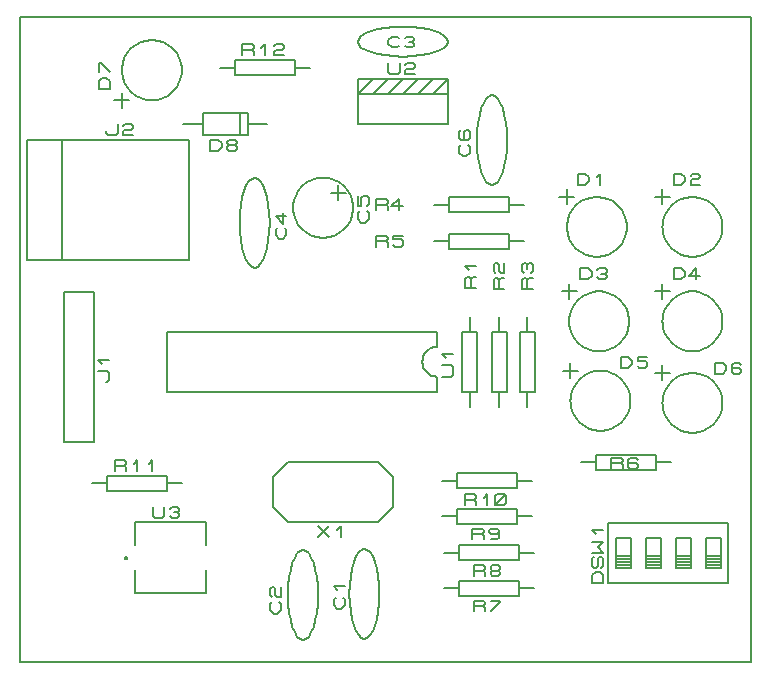
<source format=gbr>
G04 PROTEUS RS274X GERBER FILE*
%FSLAX45Y45*%
%MOMM*%
G01*
%ADD19C,0.203200*%
%ADD70C,0.127000*%
%ADD71C,0.200000*%
D19*
X-2263000Y+633000D02*
X-2263000Y+506000D01*
X-2390000Y+379000D02*
X-2387564Y+353124D01*
X-2380515Y+329152D01*
X-2369238Y+307562D01*
X-2354122Y+288830D01*
X-2335554Y+273431D01*
X-2313919Y+261842D01*
X-2289606Y+254540D01*
X-2263000Y+252000D01*
X-2390000Y+379000D02*
X-2387564Y+405606D01*
X-2380515Y+429919D01*
X-2369238Y+451554D01*
X-2354122Y+470122D01*
X-2335554Y+485238D01*
X-2313919Y+496515D01*
X-2289606Y+503564D01*
X-2263000Y+506000D01*
X-2263000Y+252000D02*
X-2263000Y+125000D01*
X-4549000Y+633000D02*
X-4549000Y+125000D01*
X-2263000Y+633000D02*
X-4549000Y+633000D01*
X-4549000Y+125000D02*
X-2263000Y+125000D01*
X-2222360Y+252000D02*
X-2146160Y+252000D01*
X-2130920Y+267875D01*
X-2130920Y+331375D01*
X-2146160Y+347250D01*
X-2222360Y+347250D01*
X-2191880Y+410750D02*
X-2222360Y+442500D01*
X-2130920Y+442500D01*
X-1990000Y-3000D02*
X-1990000Y+124000D01*
X-2053500Y+124000D02*
X-1926500Y+124000D01*
X-1926500Y+632000D01*
X-2053500Y+632000D01*
X-2053500Y+124000D01*
X-1990000Y+632000D02*
X-1990000Y+759000D01*
X-1934140Y+1001000D02*
X-2025580Y+1001000D01*
X-2025580Y+1080375D01*
X-2010340Y+1096250D01*
X-1995100Y+1096250D01*
X-1979860Y+1080375D01*
X-1979860Y+1001000D01*
X-1979860Y+1080375D02*
X-1964620Y+1096250D01*
X-1934140Y+1096250D01*
X-1995100Y+1159750D02*
X-2025580Y+1191500D01*
X-1934140Y+1191500D01*
X-1740000Y-3000D02*
X-1740000Y+124000D01*
X-1803500Y+124000D02*
X-1676500Y+124000D01*
X-1676500Y+632000D01*
X-1803500Y+632000D01*
X-1803500Y+124000D01*
X-1740000Y+632000D02*
X-1740000Y+759000D01*
X-1694140Y+991000D02*
X-1785580Y+991000D01*
X-1785580Y+1070375D01*
X-1770340Y+1086250D01*
X-1755100Y+1086250D01*
X-1739860Y+1070375D01*
X-1739860Y+991000D01*
X-1739860Y+1070375D02*
X-1724620Y+1086250D01*
X-1694140Y+1086250D01*
X-1770340Y+1133875D02*
X-1785580Y+1149750D01*
X-1785580Y+1197375D01*
X-1770340Y+1213250D01*
X-1755100Y+1213250D01*
X-1739860Y+1197375D01*
X-1739860Y+1149750D01*
X-1724620Y+1133875D01*
X-1694140Y+1133875D01*
X-1694140Y+1213250D01*
X-1500000Y-3000D02*
X-1500000Y+124000D01*
X-1563500Y+124000D02*
X-1436500Y+124000D01*
X-1436500Y+632000D01*
X-1563500Y+632000D01*
X-1563500Y+124000D01*
X-1500000Y+632000D02*
X-1500000Y+759000D01*
X-1454140Y+991000D02*
X-1545580Y+991000D01*
X-1545580Y+1070375D01*
X-1530340Y+1086250D01*
X-1515100Y+1086250D01*
X-1499860Y+1070375D01*
X-1499860Y+991000D01*
X-1499860Y+1070375D02*
X-1484620Y+1086250D01*
X-1454140Y+1086250D01*
X-1530340Y+1133875D02*
X-1545580Y+1149750D01*
X-1545580Y+1197375D01*
X-1530340Y+1213250D01*
X-1515100Y+1213250D01*
X-1499860Y+1197375D01*
X-1484620Y+1213250D01*
X-1469380Y+1213250D01*
X-1454140Y+1197375D01*
X-1454140Y+1149750D01*
X-1469380Y+1133875D01*
X-1499860Y+1165625D02*
X-1499860Y+1197375D01*
X-1447000Y-1540000D02*
X-1574000Y-1540000D01*
X-2082000Y-1603500D02*
X-1574000Y-1603500D01*
X-1574000Y-1476500D01*
X-2082000Y-1476500D01*
X-2082000Y-1603500D01*
X-2082000Y-1540000D02*
X-2209000Y-1540000D01*
X-1955000Y-1735580D02*
X-1955000Y-1644140D01*
X-1875625Y-1644140D01*
X-1859750Y-1659380D01*
X-1859750Y-1674620D01*
X-1875625Y-1689860D01*
X-1955000Y-1689860D01*
X-1875625Y-1689860D02*
X-1859750Y-1705100D01*
X-1859750Y-1735580D01*
X-1812125Y-1644140D02*
X-1732750Y-1644140D01*
X-1732750Y-1659380D01*
X-1812125Y-1735580D01*
X-1447000Y-1240000D02*
X-1574000Y-1240000D01*
X-2082000Y-1303500D02*
X-1574000Y-1303500D01*
X-1574000Y-1176500D01*
X-2082000Y-1176500D01*
X-2082000Y-1303500D01*
X-2082000Y-1240000D02*
X-2209000Y-1240000D01*
X-1955000Y-1435580D02*
X-1955000Y-1344140D01*
X-1875625Y-1344140D01*
X-1859750Y-1359380D01*
X-1859750Y-1374620D01*
X-1875625Y-1389860D01*
X-1955000Y-1389860D01*
X-1875625Y-1389860D02*
X-1859750Y-1405100D01*
X-1859750Y-1435580D01*
X-1796250Y-1389860D02*
X-1812125Y-1374620D01*
X-1812125Y-1359380D01*
X-1796250Y-1344140D01*
X-1748625Y-1344140D01*
X-1732750Y-1359380D01*
X-1732750Y-1374620D01*
X-1748625Y-1389860D01*
X-1796250Y-1389860D01*
X-1812125Y-1405100D01*
X-1812125Y-1420340D01*
X-1796250Y-1435580D01*
X-1748625Y-1435580D01*
X-1732750Y-1420340D01*
X-1732750Y-1405100D01*
X-1748625Y-1389860D01*
X-1457000Y-930000D02*
X-1584000Y-930000D01*
X-2092000Y-993500D02*
X-1584000Y-993500D01*
X-1584000Y-866500D01*
X-2092000Y-866500D01*
X-2092000Y-993500D01*
X-2092000Y-930000D02*
X-2219000Y-930000D01*
X-1965000Y-1125580D02*
X-1965000Y-1034140D01*
X-1885625Y-1034140D01*
X-1869750Y-1049380D01*
X-1869750Y-1064620D01*
X-1885625Y-1079860D01*
X-1965000Y-1079860D01*
X-1885625Y-1079860D02*
X-1869750Y-1095100D01*
X-1869750Y-1125580D01*
X-1742750Y-1064620D02*
X-1758625Y-1079860D01*
X-1806250Y-1079860D01*
X-1822125Y-1064620D01*
X-1822125Y-1049380D01*
X-1806250Y-1034140D01*
X-1758625Y-1034140D01*
X-1742750Y-1049380D01*
X-1742750Y-1110340D01*
X-1758625Y-1125580D01*
X-1806250Y-1125580D01*
X-1457000Y-630000D02*
X-1584000Y-630000D01*
X-2092000Y-693500D02*
X-1584000Y-693500D01*
X-1584000Y-566500D01*
X-2092000Y-566500D01*
X-2092000Y-693500D01*
X-2092000Y-630000D02*
X-2219000Y-630000D01*
X-2028500Y-835580D02*
X-2028500Y-744140D01*
X-1949125Y-744140D01*
X-1933250Y-759380D01*
X-1933250Y-774620D01*
X-1949125Y-789860D01*
X-2028500Y-789860D01*
X-1949125Y-789860D02*
X-1933250Y-805100D01*
X-1933250Y-835580D01*
X-1869750Y-774620D02*
X-1838000Y-744140D01*
X-1838000Y-835580D01*
X-1774500Y-820340D02*
X-1774500Y-759380D01*
X-1758625Y-744140D01*
X-1695125Y-744140D01*
X-1679250Y-759380D01*
X-1679250Y-820340D01*
X-1695125Y-835580D01*
X-1758625Y-835580D01*
X-1774500Y-820340D01*
X-1774500Y-835580D02*
X-1679250Y-744140D01*
X-2763000Y-974000D02*
X-3525000Y-974000D01*
X-3652000Y-847000D01*
X-3652000Y-593000D01*
X-3525000Y-466000D01*
X-2763000Y-466000D01*
X-2636000Y-593000D01*
X-2636000Y-847000D01*
X-2763000Y-974000D01*
X-3271000Y-1014640D02*
X-3175750Y-1106080D01*
X-3271000Y-1106080D02*
X-3175750Y-1014640D01*
X-3112250Y-1045120D02*
X-3080500Y-1014640D01*
X-3080500Y-1106080D01*
X-2880000Y-1967000D02*
X-2905876Y-1959484D01*
X-2929848Y-1937830D01*
X-2951438Y-1903376D01*
X-2970170Y-1857462D01*
X-2985569Y-1801429D01*
X-2997158Y-1736614D01*
X-3004460Y-1664358D01*
X-3007000Y-1586000D01*
X-2880000Y-1205000D02*
X-2905876Y-1212620D01*
X-2929848Y-1234528D01*
X-2951438Y-1269294D01*
X-2970170Y-1315490D01*
X-2985569Y-1371688D01*
X-2997158Y-1436458D01*
X-3004460Y-1508371D01*
X-3007000Y-1586000D01*
X-2880000Y-1205000D02*
X-2854124Y-1212620D01*
X-2830152Y-1234528D01*
X-2808562Y-1269294D01*
X-2789830Y-1315490D01*
X-2774431Y-1371688D01*
X-2762842Y-1436458D01*
X-2755540Y-1508371D01*
X-2753000Y-1586000D01*
X-2880000Y-1967000D02*
X-2854124Y-1959484D01*
X-2830152Y-1937830D01*
X-2808562Y-1903376D01*
X-2789830Y-1857462D01*
X-2774431Y-1801429D01*
X-2762842Y-1736614D01*
X-2755540Y-1664358D01*
X-2753000Y-1586000D01*
X-3062880Y-1617750D02*
X-3047640Y-1633625D01*
X-3047640Y-1681250D01*
X-3078120Y-1713000D01*
X-3108600Y-1713000D01*
X-3139080Y-1681250D01*
X-3139080Y-1633625D01*
X-3123840Y-1617750D01*
X-3108600Y-1554250D02*
X-3139080Y-1522500D01*
X-3047640Y-1522500D01*
X-3400000Y-1977000D02*
X-3425876Y-1969484D01*
X-3449848Y-1947830D01*
X-3471438Y-1913376D01*
X-3490170Y-1867462D01*
X-3505569Y-1811429D01*
X-3517158Y-1746614D01*
X-3524460Y-1674358D01*
X-3527000Y-1596000D01*
X-3400000Y-1215000D02*
X-3425876Y-1222620D01*
X-3449848Y-1244528D01*
X-3471438Y-1279294D01*
X-3490170Y-1325490D01*
X-3505569Y-1381688D01*
X-3517158Y-1446458D01*
X-3524460Y-1518371D01*
X-3527000Y-1596000D01*
X-3400000Y-1215000D02*
X-3374124Y-1222620D01*
X-3350152Y-1244528D01*
X-3328562Y-1279294D01*
X-3309830Y-1325490D01*
X-3294431Y-1381688D01*
X-3282842Y-1446458D01*
X-3275540Y-1518371D01*
X-3273000Y-1596000D01*
X-3400000Y-1977000D02*
X-3374124Y-1969484D01*
X-3350152Y-1947830D01*
X-3328562Y-1913376D01*
X-3309830Y-1867462D01*
X-3294431Y-1811429D01*
X-3282842Y-1746614D01*
X-3275540Y-1674358D01*
X-3273000Y-1596000D01*
X-3602880Y-1657750D02*
X-3587640Y-1673625D01*
X-3587640Y-1721250D01*
X-3618120Y-1753000D01*
X-3648600Y-1753000D01*
X-3679080Y-1721250D01*
X-3679080Y-1673625D01*
X-3663840Y-1657750D01*
X-3663840Y-1610125D02*
X-3679080Y-1594250D01*
X-3679080Y-1546625D01*
X-3663840Y-1530750D01*
X-3648600Y-1530750D01*
X-3633360Y-1546625D01*
X-3633360Y-1594250D01*
X-3618120Y-1610125D01*
X-3587640Y-1610125D01*
X-3587640Y-1530750D01*
X-2173000Y+3089040D02*
X-2180516Y+3063164D01*
X-2202170Y+3039192D01*
X-2236624Y+3017602D01*
X-2282538Y+2998870D01*
X-2338572Y+2983471D01*
X-2403386Y+2971882D01*
X-2475642Y+2964580D01*
X-2554000Y+2962040D01*
X-2935000Y+3089040D02*
X-2927380Y+3063164D01*
X-2905472Y+3039192D01*
X-2870706Y+3017602D01*
X-2824510Y+2998870D01*
X-2768312Y+2983471D01*
X-2703542Y+2971882D01*
X-2631629Y+2964580D01*
X-2554000Y+2962040D01*
X-2935000Y+3089040D02*
X-2927380Y+3114916D01*
X-2905472Y+3138888D01*
X-2870706Y+3160478D01*
X-2824510Y+3179210D01*
X-2768312Y+3194609D01*
X-2703542Y+3206198D01*
X-2631629Y+3213500D01*
X-2554000Y+3216040D01*
X-2173000Y+3089040D02*
X-2180516Y+3114916D01*
X-2202170Y+3138888D01*
X-2236624Y+3160478D01*
X-2282538Y+3179210D01*
X-2338572Y+3194609D01*
X-2403386Y+3206198D01*
X-2475642Y+3213500D01*
X-2554000Y+3216040D01*
X-2585750Y+3055200D02*
X-2601625Y+3039960D01*
X-2649250Y+3039960D01*
X-2681000Y+3070440D01*
X-2681000Y+3100920D01*
X-2649250Y+3131400D01*
X-2601625Y+3131400D01*
X-2585750Y+3116160D01*
X-2538125Y+3116160D02*
X-2522250Y+3131400D01*
X-2474625Y+3131400D01*
X-2458750Y+3116160D01*
X-2458750Y+3100920D01*
X-2474625Y+3085680D01*
X-2458750Y+3070440D01*
X-2458750Y+3055200D01*
X-2474625Y+3039960D01*
X-2522250Y+3039960D01*
X-2538125Y+3055200D01*
X-2506375Y+3085680D02*
X-2474625Y+3085680D01*
X-753500Y-1366000D02*
X-626500Y-1366000D01*
X-626500Y-1112000D01*
X-753500Y-1112000D01*
X-753500Y-1366000D01*
X-753500Y-1264400D02*
X-626500Y-1264400D01*
X-753500Y-1289800D02*
X-626500Y-1289800D01*
X-753500Y-1315200D02*
X-626500Y-1315200D01*
X-753500Y-1340600D02*
X-626500Y-1340600D01*
X-499500Y-1366000D02*
X-372500Y-1366000D01*
X-372500Y-1112000D01*
X-499500Y-1112000D01*
X-499500Y-1366000D01*
X-499500Y-1264400D02*
X-372500Y-1264400D01*
X-499500Y-1289800D02*
X-372500Y-1289800D01*
X-499500Y-1315200D02*
X-372500Y-1315200D01*
X-499500Y-1340600D02*
X-372500Y-1340600D01*
X-245500Y-1366000D02*
X-118500Y-1366000D01*
X-118500Y-1112000D01*
X-245500Y-1112000D01*
X-245500Y-1366000D01*
X-245500Y-1264400D02*
X-118500Y-1264400D01*
X-245500Y-1289800D02*
X-118500Y-1289800D01*
X-245500Y-1315200D02*
X-118500Y-1315200D01*
X-245500Y-1340600D02*
X-118500Y-1340600D01*
X+8500Y-1366000D02*
X+135500Y-1366000D01*
X+135500Y-1112000D01*
X+8500Y-1112000D01*
X+8500Y-1366000D01*
X+8500Y-1264400D02*
X+135500Y-1264400D01*
X+8500Y-1289800D02*
X+135500Y-1289800D01*
X+8500Y-1315200D02*
X+135500Y-1315200D01*
X+8500Y-1340600D02*
X+135500Y-1340600D01*
X-817000Y-1493000D02*
X+199000Y-1493000D01*
X+199000Y-985000D01*
X-817000Y-985000D01*
X-817000Y-1493000D01*
X-857640Y-1493000D02*
X-949080Y-1493000D01*
X-949080Y-1429500D01*
X-918600Y-1397750D01*
X-888120Y-1397750D01*
X-857640Y-1429500D01*
X-857640Y-1493000D01*
X-872880Y-1366000D02*
X-857640Y-1350125D01*
X-857640Y-1286625D01*
X-872880Y-1270750D01*
X-888120Y-1270750D01*
X-903360Y-1286625D01*
X-903360Y-1350125D01*
X-918600Y-1366000D01*
X-933840Y-1366000D01*
X-949080Y-1350125D01*
X-949080Y-1286625D01*
X-933840Y-1270750D01*
X-949080Y-1239000D02*
X-857640Y-1239000D01*
X-903360Y-1191375D01*
X-857640Y-1143750D01*
X-949080Y-1143750D01*
X-918600Y-1080250D02*
X-949080Y-1048500D01*
X-857640Y-1048500D01*
X-659000Y+1520000D02*
X-659827Y+1540483D01*
X-666545Y+1581450D01*
X-680563Y+1622417D01*
X-703341Y+1663384D01*
X-738141Y+1704229D01*
X-779108Y+1735845D01*
X-820075Y+1756392D01*
X-861042Y+1768629D01*
X-902009Y+1773762D01*
X-913000Y+1774000D01*
X-1167000Y+1520000D02*
X-1166173Y+1540483D01*
X-1159455Y+1581450D01*
X-1145437Y+1622417D01*
X-1122659Y+1663384D01*
X-1087859Y+1704229D01*
X-1046892Y+1735845D01*
X-1005925Y+1756392D01*
X-964958Y+1768629D01*
X-923991Y+1773762D01*
X-913000Y+1774000D01*
X-1167000Y+1520000D02*
X-1166173Y+1499517D01*
X-1159455Y+1458550D01*
X-1145437Y+1417583D01*
X-1122659Y+1376616D01*
X-1087859Y+1335771D01*
X-1046892Y+1304155D01*
X-1005925Y+1283608D01*
X-964958Y+1271371D01*
X-923991Y+1266238D01*
X-913000Y+1266000D01*
X-659000Y+1520000D02*
X-659827Y+1499517D01*
X-666545Y+1458550D01*
X-680563Y+1417583D01*
X-703341Y+1376616D01*
X-738141Y+1335771D01*
X-779108Y+1304155D01*
X-820075Y+1283608D01*
X-861042Y+1271371D01*
X-902009Y+1266238D01*
X-913000Y+1266000D01*
X-1230500Y+1774000D02*
X-1103500Y+1774000D01*
X-1167000Y+1837500D02*
X-1167000Y+1710500D01*
X-1071750Y+1878140D02*
X-1071750Y+1969580D01*
X-1008250Y+1969580D01*
X-976500Y+1939100D01*
X-976500Y+1908620D01*
X-1008250Y+1878140D01*
X-1071750Y+1878140D01*
X-913000Y+1939100D02*
X-881250Y+1969580D01*
X-881250Y+1878140D01*
X+151000Y+1520000D02*
X+150173Y+1540483D01*
X+143455Y+1581450D01*
X+129437Y+1622417D01*
X+106659Y+1663384D01*
X+71859Y+1704229D01*
X+30892Y+1735845D01*
X-10075Y+1756392D01*
X-51042Y+1768629D01*
X-92009Y+1773762D01*
X-103000Y+1774000D01*
X-357000Y+1520000D02*
X-356173Y+1540483D01*
X-349455Y+1581450D01*
X-335437Y+1622417D01*
X-312659Y+1663384D01*
X-277859Y+1704229D01*
X-236892Y+1735845D01*
X-195925Y+1756392D01*
X-154958Y+1768629D01*
X-113991Y+1773762D01*
X-103000Y+1774000D01*
X-357000Y+1520000D02*
X-356173Y+1499517D01*
X-349455Y+1458550D01*
X-335437Y+1417583D01*
X-312659Y+1376616D01*
X-277859Y+1335771D01*
X-236892Y+1304155D01*
X-195925Y+1283608D01*
X-154958Y+1271371D01*
X-113991Y+1266238D01*
X-103000Y+1266000D01*
X+151000Y+1520000D02*
X+150173Y+1499517D01*
X+143455Y+1458550D01*
X+129437Y+1417583D01*
X+106659Y+1376616D01*
X+71859Y+1335771D01*
X+30892Y+1304155D01*
X-10075Y+1283608D01*
X-51042Y+1271371D01*
X-92009Y+1266238D01*
X-103000Y+1266000D01*
X-420500Y+1774000D02*
X-293500Y+1774000D01*
X-357000Y+1837500D02*
X-357000Y+1710500D01*
X-261750Y+1878140D02*
X-261750Y+1969580D01*
X-198250Y+1969580D01*
X-166500Y+1939100D01*
X-166500Y+1908620D01*
X-198250Y+1878140D01*
X-261750Y+1878140D01*
X-118875Y+1954340D02*
X-103000Y+1969580D01*
X-55375Y+1969580D01*
X-39500Y+1954340D01*
X-39500Y+1939100D01*
X-55375Y+1923860D01*
X-103000Y+1923860D01*
X-118875Y+1908620D01*
X-118875Y+1878140D01*
X-39500Y+1878140D01*
X-639000Y+720000D02*
X-639827Y+740483D01*
X-646545Y+781450D01*
X-660563Y+822417D01*
X-683341Y+863384D01*
X-718141Y+904229D01*
X-759108Y+935845D01*
X-800075Y+956392D01*
X-841042Y+968629D01*
X-882009Y+973762D01*
X-893000Y+974000D01*
X-1147000Y+720000D02*
X-1146173Y+740483D01*
X-1139455Y+781450D01*
X-1125437Y+822417D01*
X-1102659Y+863384D01*
X-1067859Y+904229D01*
X-1026892Y+935845D01*
X-985925Y+956392D01*
X-944958Y+968629D01*
X-903991Y+973762D01*
X-893000Y+974000D01*
X-1147000Y+720000D02*
X-1146173Y+699517D01*
X-1139455Y+658550D01*
X-1125437Y+617583D01*
X-1102659Y+576616D01*
X-1067859Y+535771D01*
X-1026892Y+504155D01*
X-985925Y+483608D01*
X-944958Y+471371D01*
X-903991Y+466238D01*
X-893000Y+466000D01*
X-639000Y+720000D02*
X-639827Y+699517D01*
X-646545Y+658550D01*
X-660563Y+617583D01*
X-683341Y+576616D01*
X-718141Y+535771D01*
X-759108Y+504155D01*
X-800075Y+483608D01*
X-841042Y+471371D01*
X-882009Y+466238D01*
X-893000Y+466000D01*
X-1210500Y+974000D02*
X-1083500Y+974000D01*
X-1147000Y+1037500D02*
X-1147000Y+910500D01*
X-1051750Y+1078140D02*
X-1051750Y+1169580D01*
X-988250Y+1169580D01*
X-956500Y+1139100D01*
X-956500Y+1108620D01*
X-988250Y+1078140D01*
X-1051750Y+1078140D01*
X-908875Y+1154340D02*
X-893000Y+1169580D01*
X-845375Y+1169580D01*
X-829500Y+1154340D01*
X-829500Y+1139100D01*
X-845375Y+1123860D01*
X-829500Y+1108620D01*
X-829500Y+1093380D01*
X-845375Y+1078140D01*
X-893000Y+1078140D01*
X-908875Y+1093380D01*
X-877125Y+1123860D02*
X-845375Y+1123860D01*
X+151000Y+720000D02*
X+150173Y+740483D01*
X+143455Y+781450D01*
X+129437Y+822417D01*
X+106659Y+863384D01*
X+71859Y+904229D01*
X+30892Y+935845D01*
X-10075Y+956392D01*
X-51042Y+968629D01*
X-92009Y+973762D01*
X-103000Y+974000D01*
X-357000Y+720000D02*
X-356173Y+740483D01*
X-349455Y+781450D01*
X-335437Y+822417D01*
X-312659Y+863384D01*
X-277859Y+904229D01*
X-236892Y+935845D01*
X-195925Y+956392D01*
X-154958Y+968629D01*
X-113991Y+973762D01*
X-103000Y+974000D01*
X-357000Y+720000D02*
X-356173Y+699517D01*
X-349455Y+658550D01*
X-335437Y+617583D01*
X-312659Y+576616D01*
X-277859Y+535771D01*
X-236892Y+504155D01*
X-195925Y+483608D01*
X-154958Y+471371D01*
X-113991Y+466238D01*
X-103000Y+466000D01*
X+151000Y+720000D02*
X+150173Y+699517D01*
X+143455Y+658550D01*
X+129437Y+617583D01*
X+106659Y+576616D01*
X+71859Y+535771D01*
X+30892Y+504155D01*
X-10075Y+483608D01*
X-51042Y+471371D01*
X-92009Y+466238D01*
X-103000Y+466000D01*
X-420500Y+974000D02*
X-293500Y+974000D01*
X-357000Y+1037500D02*
X-357000Y+910500D01*
X-261750Y+1078140D02*
X-261750Y+1169580D01*
X-198250Y+1169580D01*
X-166500Y+1139100D01*
X-166500Y+1108620D01*
X-198250Y+1078140D01*
X-261750Y+1078140D01*
X-39500Y+1108620D02*
X-134750Y+1108620D01*
X-71250Y+1169580D01*
X-71250Y+1078140D01*
X-627500Y+48500D02*
X-628327Y+68983D01*
X-635045Y+109950D01*
X-649063Y+150917D01*
X-671841Y+191884D01*
X-706641Y+232729D01*
X-747608Y+264345D01*
X-788575Y+284892D01*
X-829542Y+297129D01*
X-870509Y+302262D01*
X-881500Y+302500D01*
X-1135500Y+48500D02*
X-1134673Y+68983D01*
X-1127955Y+109950D01*
X-1113937Y+150917D01*
X-1091159Y+191884D01*
X-1056359Y+232729D01*
X-1015392Y+264345D01*
X-974425Y+284892D01*
X-933458Y+297129D01*
X-892491Y+302262D01*
X-881500Y+302500D01*
X-1135500Y+48500D02*
X-1134673Y+28017D01*
X-1127955Y-12950D01*
X-1113937Y-53917D01*
X-1091159Y-94884D01*
X-1056359Y-135729D01*
X-1015392Y-167345D01*
X-974425Y-187892D01*
X-933458Y-200129D01*
X-892491Y-205262D01*
X-881500Y-205500D01*
X-627500Y+48500D02*
X-628327Y+28017D01*
X-635045Y-12950D01*
X-649063Y-53917D01*
X-671841Y-94884D01*
X-706641Y-135729D01*
X-747608Y-167345D01*
X-788575Y-187892D01*
X-829542Y-200129D01*
X-870509Y-205262D01*
X-881500Y-205500D01*
X-1199000Y+302500D02*
X-1072000Y+302500D01*
X-1135500Y+366000D02*
X-1135500Y+239000D01*
X-710830Y+327220D02*
X-710830Y+418660D01*
X-647330Y+418660D01*
X-615580Y+388180D01*
X-615580Y+357700D01*
X-647330Y+327220D01*
X-710830Y+327220D01*
X-488580Y+418660D02*
X-567955Y+418660D01*
X-567955Y+388180D01*
X-504455Y+388180D01*
X-488580Y+372940D01*
X-488580Y+342460D01*
X-504455Y+327220D01*
X-552080Y+327220D01*
X-567955Y+342460D01*
X+151000Y+30000D02*
X+150173Y+50483D01*
X+143455Y+91450D01*
X+129437Y+132417D01*
X+106659Y+173384D01*
X+71859Y+214229D01*
X+30892Y+245845D01*
X-10075Y+266392D01*
X-51042Y+278629D01*
X-92009Y+283762D01*
X-103000Y+284000D01*
X-357000Y+30000D02*
X-356173Y+50483D01*
X-349455Y+91450D01*
X-335437Y+132417D01*
X-312659Y+173384D01*
X-277859Y+214229D01*
X-236892Y+245845D01*
X-195925Y+266392D01*
X-154958Y+278629D01*
X-113991Y+283762D01*
X-103000Y+284000D01*
X-357000Y+30000D02*
X-356173Y+9517D01*
X-349455Y-31450D01*
X-335437Y-72417D01*
X-312659Y-113384D01*
X-277859Y-154229D01*
X-236892Y-185845D01*
X-195925Y-206392D01*
X-154958Y-218629D01*
X-113991Y-223762D01*
X-103000Y-224000D01*
X+151000Y+30000D02*
X+150173Y+9517D01*
X+143455Y-31450D01*
X+129437Y-72417D01*
X+106659Y-113384D01*
X+71859Y-154229D01*
X+30892Y-185845D01*
X-10075Y-206392D01*
X-51042Y-218629D01*
X-92009Y-223762D01*
X-103000Y-224000D01*
X-420500Y+284000D02*
X-293500Y+284000D01*
X-357000Y+347500D02*
X-357000Y+220500D01*
X+88250Y+278140D02*
X+88250Y+369580D01*
X+151750Y+369580D01*
X+183500Y+339100D01*
X+183500Y+308620D01*
X+151750Y+278140D01*
X+88250Y+278140D01*
X+310500Y+354340D02*
X+294625Y+369580D01*
X+247000Y+369580D01*
X+231125Y+354340D01*
X+231125Y+293380D01*
X+247000Y+278140D01*
X+294625Y+278140D01*
X+310500Y+293380D01*
X+310500Y+308620D01*
X+294625Y+323860D01*
X+231125Y+323860D01*
X-1043000Y-470000D02*
X-916000Y-470000D01*
X-916000Y-533500D02*
X-408000Y-533500D01*
X-408000Y-406500D01*
X-916000Y-406500D01*
X-916000Y-533500D01*
X-408000Y-470000D02*
X-281000Y-470000D01*
X-789000Y-525860D02*
X-789000Y-434420D01*
X-709625Y-434420D01*
X-693750Y-449660D01*
X-693750Y-464900D01*
X-709625Y-480140D01*
X-789000Y-480140D01*
X-709625Y-480140D02*
X-693750Y-495380D01*
X-693750Y-525860D01*
X-566750Y-449660D02*
X-582625Y-434420D01*
X-630250Y-434420D01*
X-646125Y-449660D01*
X-646125Y-510620D01*
X-630250Y-525860D01*
X-582625Y-525860D01*
X-566750Y-510620D01*
X-566750Y-495380D01*
X-582625Y-480140D01*
X-646125Y-480140D01*
X-2293000Y+1710000D02*
X-2166000Y+1710000D01*
X-2166000Y+1646500D02*
X-1658000Y+1646500D01*
X-1658000Y+1773500D01*
X-2166000Y+1773500D01*
X-2166000Y+1646500D01*
X-1658000Y+1710000D02*
X-1531000Y+1710000D01*
X-2779000Y+1664140D02*
X-2779000Y+1755580D01*
X-2699625Y+1755580D01*
X-2683750Y+1740340D01*
X-2683750Y+1725100D01*
X-2699625Y+1709860D01*
X-2779000Y+1709860D01*
X-2699625Y+1709860D02*
X-2683750Y+1694620D01*
X-2683750Y+1664140D01*
X-2556750Y+1694620D02*
X-2652000Y+1694620D01*
X-2588500Y+1755580D01*
X-2588500Y+1664140D01*
X-2293000Y+1400000D02*
X-2166000Y+1400000D01*
X-2166000Y+1336500D02*
X-1658000Y+1336500D01*
X-1658000Y+1463500D01*
X-2166000Y+1463500D01*
X-2166000Y+1336500D01*
X-1658000Y+1400000D02*
X-1531000Y+1400000D01*
X-2779000Y+1354140D02*
X-2779000Y+1445580D01*
X-2699625Y+1445580D01*
X-2683750Y+1430340D01*
X-2683750Y+1415100D01*
X-2699625Y+1399860D01*
X-2779000Y+1399860D01*
X-2699625Y+1399860D02*
X-2683750Y+1384620D01*
X-2683750Y+1354140D01*
X-2556750Y+1445580D02*
X-2636125Y+1445580D01*
X-2636125Y+1415100D01*
X-2572625Y+1415100D01*
X-2556750Y+1399860D01*
X-2556750Y+1369380D01*
X-2572625Y+1354140D01*
X-2620250Y+1354140D01*
X-2636125Y+1369380D01*
X-5183000Y-650000D02*
X-5056000Y-650000D01*
X-5056000Y-713500D02*
X-4548000Y-713500D01*
X-4548000Y-586500D01*
X-5056000Y-586500D01*
X-5056000Y-713500D01*
X-4548000Y-650000D02*
X-4421000Y-650000D01*
X-4992500Y-545860D02*
X-4992500Y-454420D01*
X-4913125Y-454420D01*
X-4897250Y-469660D01*
X-4897250Y-484900D01*
X-4913125Y-500140D01*
X-4992500Y-500140D01*
X-4913125Y-500140D02*
X-4897250Y-515380D01*
X-4897250Y-545860D01*
X-4833750Y-484900D02*
X-4802000Y-454420D01*
X-4802000Y-545860D01*
X-4706750Y-484900D02*
X-4675000Y-454420D01*
X-4675000Y-545860D01*
X-5427000Y-303000D02*
X-5173000Y-303000D01*
X-5173000Y+967000D01*
X-5427000Y+967000D01*
X-5427000Y-303000D01*
X-5071400Y+205000D02*
X-5056160Y+205000D01*
X-5040920Y+220875D01*
X-5040920Y+284375D01*
X-5056160Y+300250D01*
X-5132360Y+300250D01*
X-5101880Y+363750D02*
X-5132360Y+395500D01*
X-5040920Y+395500D01*
X-5732780Y+1242000D02*
X-4367780Y+1242000D01*
X-4367780Y+2258000D01*
X-5732780Y+2258000D01*
X-5732780Y+1242000D01*
X-5440780Y+2258000D02*
X-5440780Y+1242000D01*
X-5064210Y+2329120D02*
X-5064210Y+2313880D01*
X-5048335Y+2298640D01*
X-4984835Y+2298640D01*
X-4968960Y+2313880D01*
X-4968960Y+2390080D01*
X-4921335Y+2374840D02*
X-4905460Y+2390080D01*
X-4857835Y+2390080D01*
X-4841960Y+2374840D01*
X-4841960Y+2359600D01*
X-4857835Y+2344360D01*
X-4905460Y+2344360D01*
X-4921335Y+2329120D01*
X-4921335Y+2298640D01*
X-4841960Y+2298640D01*
X-4248500Y+2298560D02*
X-3867500Y+2298560D01*
X-3867500Y+2481440D01*
X-4248500Y+2481440D01*
X-4248500Y+2298560D01*
X-3931000Y+2301100D02*
X-3931000Y+2478900D01*
X-4248500Y+2390000D02*
X-4413600Y+2390000D01*
X-3867500Y+2390000D02*
X-3702400Y+2390000D01*
X-4185000Y+2166480D02*
X-4185000Y+2257920D01*
X-4121500Y+2257920D01*
X-4089750Y+2227440D01*
X-4089750Y+2196960D01*
X-4121500Y+2166480D01*
X-4185000Y+2166480D01*
X-4026250Y+2212200D02*
X-4042125Y+2227440D01*
X-4042125Y+2242680D01*
X-4026250Y+2257920D01*
X-3978625Y+2257920D01*
X-3962750Y+2242680D01*
X-3962750Y+2227440D01*
X-3978625Y+2212200D01*
X-4026250Y+2212200D01*
X-4042125Y+2196960D01*
X-4042125Y+2181720D01*
X-4026250Y+2166480D01*
X-3978625Y+2166480D01*
X-3962750Y+2181720D01*
X-3962750Y+2196960D01*
X-3978625Y+2212200D01*
X-4426000Y+2847000D02*
X-4426827Y+2867483D01*
X-4433545Y+2908450D01*
X-4447563Y+2949417D01*
X-4470341Y+2990384D01*
X-4505141Y+3031229D01*
X-4546108Y+3062845D01*
X-4587075Y+3083392D01*
X-4628042Y+3095629D01*
X-4669009Y+3100762D01*
X-4680000Y+3101000D01*
X-4934000Y+2847000D02*
X-4933173Y+2867483D01*
X-4926455Y+2908450D01*
X-4912437Y+2949417D01*
X-4889659Y+2990384D01*
X-4854859Y+3031229D01*
X-4813892Y+3062845D01*
X-4772925Y+3083392D01*
X-4731958Y+3095629D01*
X-4690991Y+3100762D01*
X-4680000Y+3101000D01*
X-4934000Y+2847000D02*
X-4933173Y+2826517D01*
X-4926455Y+2785550D01*
X-4912437Y+2744583D01*
X-4889659Y+2703616D01*
X-4854859Y+2662771D01*
X-4813892Y+2631155D01*
X-4772925Y+2610608D01*
X-4731958Y+2598371D01*
X-4690991Y+2593238D01*
X-4680000Y+2593000D01*
X-4426000Y+2847000D02*
X-4426827Y+2826517D01*
X-4433545Y+2785550D01*
X-4447563Y+2744583D01*
X-4470341Y+2703616D01*
X-4505141Y+2662771D01*
X-4546108Y+2631155D01*
X-4587075Y+2610608D01*
X-4628042Y+2598371D01*
X-4669009Y+2593238D01*
X-4680000Y+2593000D01*
X-4934000Y+2529500D02*
X-4934000Y+2656500D01*
X-4997500Y+2593000D02*
X-4870500Y+2593000D01*
X-5038140Y+2688250D02*
X-5129580Y+2688250D01*
X-5129580Y+2751750D01*
X-5099100Y+2783500D01*
X-5068620Y+2783500D01*
X-5038140Y+2751750D01*
X-5038140Y+2688250D01*
X-5129580Y+2831125D02*
X-5129580Y+2910500D01*
X-5114340Y+2910500D01*
X-5038140Y+2831125D01*
X-4103000Y+2870000D02*
X-3976000Y+2870000D01*
X-3976000Y+2806500D02*
X-3468000Y+2806500D01*
X-3468000Y+2933500D01*
X-3976000Y+2933500D01*
X-3976000Y+2806500D01*
X-3468000Y+2870000D02*
X-3341000Y+2870000D01*
X-3912500Y+2974140D02*
X-3912500Y+3065580D01*
X-3833125Y+3065580D01*
X-3817250Y+3050340D01*
X-3817250Y+3035100D01*
X-3833125Y+3019860D01*
X-3912500Y+3019860D01*
X-3833125Y+3019860D02*
X-3817250Y+3004620D01*
X-3817250Y+2974140D01*
X-3753750Y+3035100D02*
X-3722000Y+3065580D01*
X-3722000Y+2974140D01*
X-3642625Y+3050340D02*
X-3626750Y+3065580D01*
X-3579125Y+3065580D01*
X-3563250Y+3050340D01*
X-3563250Y+3035100D01*
X-3579125Y+3019860D01*
X-3626750Y+3019860D01*
X-3642625Y+3004620D01*
X-3642625Y+2974140D01*
X-3563250Y+2974140D01*
X-2931000Y+2393000D02*
X-2169000Y+2393000D01*
X-2169000Y+2647000D01*
X-2931000Y+2647000D01*
X-2931000Y+2393000D01*
X-2931000Y+2647000D02*
X-2931000Y+2774000D01*
X-2169000Y+2774000D01*
X-2169000Y+2647000D01*
X-2931000Y+2647000D02*
X-2804000Y+2774000D01*
X-2804000Y+2647000D02*
X-2677000Y+2774000D01*
X-2677000Y+2647000D02*
X-2550000Y+2774000D01*
X-2550000Y+2647000D02*
X-2423000Y+2774000D01*
X-2423000Y+2647000D02*
X-2296000Y+2774000D01*
X-2296000Y+2647000D02*
X-2169000Y+2774000D01*
X-2677000Y+2906080D02*
X-2677000Y+2829880D01*
X-2661125Y+2814640D01*
X-2597625Y+2814640D01*
X-2581750Y+2829880D01*
X-2581750Y+2906080D01*
X-2534125Y+2890840D02*
X-2518250Y+2906080D01*
X-2470625Y+2906080D01*
X-2454750Y+2890840D01*
X-2454750Y+2875600D01*
X-2470625Y+2860360D01*
X-2518250Y+2860360D01*
X-2534125Y+2845120D01*
X-2534125Y+2814640D01*
X-2454750Y+2814640D01*
X-3810000Y+1937000D02*
X-3784124Y+1929484D01*
X-3760152Y+1907830D01*
X-3738562Y+1873376D01*
X-3719830Y+1827462D01*
X-3704431Y+1771429D01*
X-3692842Y+1706614D01*
X-3685540Y+1634358D01*
X-3683000Y+1556000D01*
X-3810000Y+1175000D02*
X-3784124Y+1182620D01*
X-3760152Y+1204528D01*
X-3738562Y+1239294D01*
X-3719830Y+1285490D01*
X-3704431Y+1341688D01*
X-3692842Y+1406458D01*
X-3685540Y+1478371D01*
X-3683000Y+1556000D01*
X-3810000Y+1175000D02*
X-3835876Y+1182620D01*
X-3859848Y+1204528D01*
X-3881438Y+1239294D01*
X-3900170Y+1285490D01*
X-3915569Y+1341688D01*
X-3927158Y+1406458D01*
X-3934460Y+1478371D01*
X-3937000Y+1556000D01*
X-3810000Y+1937000D02*
X-3835876Y+1929484D01*
X-3859848Y+1907830D01*
X-3881438Y+1873376D01*
X-3900170Y+1827462D01*
X-3915569Y+1771429D01*
X-3927158Y+1706614D01*
X-3934460Y+1634358D01*
X-3937000Y+1556000D01*
X-3556160Y+1514250D02*
X-3540920Y+1498375D01*
X-3540920Y+1450750D01*
X-3571400Y+1419000D01*
X-3601880Y+1419000D01*
X-3632360Y+1450750D01*
X-3632360Y+1498375D01*
X-3617120Y+1514250D01*
X-3571400Y+1641250D02*
X-3571400Y+1546000D01*
X-3632360Y+1609500D01*
X-3540920Y+1609500D01*
X-2976000Y+1683000D02*
X-2976827Y+1703483D01*
X-2983545Y+1744450D01*
X-2997563Y+1785417D01*
X-3020341Y+1826384D01*
X-3055141Y+1867229D01*
X-3096108Y+1898845D01*
X-3137075Y+1919392D01*
X-3178042Y+1931629D01*
X-3219009Y+1936762D01*
X-3230000Y+1937000D01*
X-3484000Y+1683000D02*
X-3483173Y+1703483D01*
X-3476455Y+1744450D01*
X-3462437Y+1785417D01*
X-3439659Y+1826384D01*
X-3404859Y+1867229D01*
X-3363892Y+1898845D01*
X-3322925Y+1919392D01*
X-3281958Y+1931629D01*
X-3240991Y+1936762D01*
X-3230000Y+1937000D01*
X-3484000Y+1683000D02*
X-3483173Y+1662517D01*
X-3476455Y+1621550D01*
X-3462437Y+1580583D01*
X-3439659Y+1539616D01*
X-3404859Y+1498771D01*
X-3363892Y+1467155D01*
X-3322925Y+1446608D01*
X-3281958Y+1434371D01*
X-3240991Y+1429238D01*
X-3230000Y+1429000D01*
X-2976000Y+1683000D02*
X-2976827Y+1662517D01*
X-2983545Y+1621550D01*
X-2997563Y+1580583D01*
X-3020341Y+1539616D01*
X-3055141Y+1498771D01*
X-3096108Y+1467155D01*
X-3137075Y+1446608D01*
X-3178042Y+1434371D01*
X-3219009Y+1429238D01*
X-3230000Y+1429000D01*
X-3103000Y+1873500D02*
X-3103000Y+1746500D01*
X-3039500Y+1810000D02*
X-3166500Y+1810000D01*
X-2859160Y+1652170D02*
X-2843920Y+1636295D01*
X-2843920Y+1588670D01*
X-2874400Y+1556920D01*
X-2904880Y+1556920D01*
X-2935360Y+1588670D01*
X-2935360Y+1636295D01*
X-2920120Y+1652170D01*
X-2935360Y+1779170D02*
X-2935360Y+1699795D01*
X-2904880Y+1699795D01*
X-2904880Y+1763295D01*
X-2889640Y+1779170D01*
X-2859160Y+1779170D01*
X-2843920Y+1763295D01*
X-2843920Y+1715670D01*
X-2859160Y+1699795D01*
X-1800000Y+1873000D02*
X-1825876Y+1880516D01*
X-1849848Y+1902170D01*
X-1871438Y+1936624D01*
X-1890170Y+1982538D01*
X-1905569Y+2038571D01*
X-1917158Y+2103386D01*
X-1924460Y+2175642D01*
X-1927000Y+2254000D01*
X-1800000Y+2635000D02*
X-1825876Y+2627380D01*
X-1849848Y+2605472D01*
X-1871438Y+2570706D01*
X-1890170Y+2524510D01*
X-1905569Y+2468312D01*
X-1917158Y+2403542D01*
X-1924460Y+2331629D01*
X-1927000Y+2254000D01*
X-1800000Y+2635000D02*
X-1774124Y+2627380D01*
X-1750152Y+2605472D01*
X-1728562Y+2570706D01*
X-1709830Y+2524510D01*
X-1694431Y+2468312D01*
X-1682842Y+2403542D01*
X-1675540Y+2331629D01*
X-1673000Y+2254000D01*
X-1800000Y+1873000D02*
X-1774124Y+1880516D01*
X-1750152Y+1902170D01*
X-1728562Y+1936624D01*
X-1709830Y+1982538D01*
X-1694431Y+2038571D01*
X-1682842Y+2103386D01*
X-1675540Y+2175642D01*
X-1673000Y+2254000D01*
X-2002880Y+2212250D02*
X-1987640Y+2196375D01*
X-1987640Y+2148750D01*
X-2018120Y+2117000D01*
X-2048600Y+2117000D01*
X-2079080Y+2148750D01*
X-2079080Y+2196375D01*
X-2063840Y+2212250D01*
X-2063840Y+2339250D02*
X-2079080Y+2323375D01*
X-2079080Y+2275750D01*
X-2063840Y+2259875D01*
X-2002880Y+2259875D01*
X-1987640Y+2275750D01*
X-1987640Y+2323375D01*
X-2002880Y+2339250D01*
X-2018120Y+2339250D01*
X-2033360Y+2323375D01*
X-2033360Y+2259875D01*
X-5800000Y-2160000D02*
X+390000Y-2160000D01*
X+390000Y+3300000D01*
X-5800000Y+3300000D01*
X-5800000Y-2160000D01*
D70*
X-4820000Y-980000D02*
X-4220000Y-980000D01*
X-4220000Y-1173000D01*
X-4220000Y-1387000D02*
X-4220000Y-1580000D01*
X-4820000Y-1580000D01*
X-4820000Y-1387000D01*
X-4820000Y-1173000D02*
X-4820000Y-980000D01*
D71*
X-4890000Y-1280000D02*
X-4890035Y-1279169D01*
X-4890316Y-1277505D01*
X-4890906Y-1275841D01*
X-4891870Y-1274177D01*
X-4893345Y-1272536D01*
X-4895009Y-1271335D01*
X-4896673Y-1270570D01*
X-4898337Y-1270139D01*
X-4900000Y-1270000D01*
X-4910000Y-1280000D02*
X-4909965Y-1279169D01*
X-4909684Y-1277505D01*
X-4909094Y-1275841D01*
X-4908130Y-1274177D01*
X-4906655Y-1272536D01*
X-4904991Y-1271335D01*
X-4903327Y-1270570D01*
X-4901663Y-1270139D01*
X-4900000Y-1270000D01*
X-4910000Y-1280000D02*
X-4909965Y-1280831D01*
X-4909684Y-1282495D01*
X-4909094Y-1284159D01*
X-4908130Y-1285823D01*
X-4906655Y-1287464D01*
X-4904991Y-1288665D01*
X-4903327Y-1289430D01*
X-4901663Y-1289861D01*
X-4900000Y-1290000D01*
X-4890000Y-1280000D02*
X-4890035Y-1280831D01*
X-4890316Y-1282495D01*
X-4890906Y-1284159D01*
X-4891870Y-1285823D01*
X-4893345Y-1287464D01*
X-4895009Y-1288665D01*
X-4896673Y-1289430D01*
X-4898337Y-1289861D01*
X-4900000Y-1290000D01*
D19*
X-4670750Y-851730D02*
X-4670750Y-927930D01*
X-4654875Y-943170D01*
X-4591375Y-943170D01*
X-4575500Y-927930D01*
X-4575500Y-851730D01*
X-4527875Y-866970D02*
X-4512000Y-851730D01*
X-4464375Y-851730D01*
X-4448500Y-866970D01*
X-4448500Y-882210D01*
X-4464375Y-897450D01*
X-4448500Y-912690D01*
X-4448500Y-927930D01*
X-4464375Y-943170D01*
X-4512000Y-943170D01*
X-4527875Y-927930D01*
X-4496125Y-897450D02*
X-4464375Y-897450D01*
M02*

</source>
